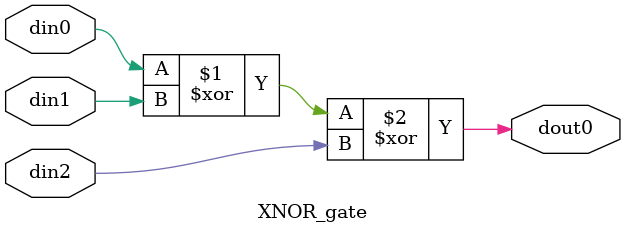
<source format=v>
`timescale 1ns/1ps

module XNOR_gate (
    din0,
    din1,
    din2,
    dout0
);

  input din0;
  input din1;
  input din2;
  output dout0;


assign dout0 = (din0 ^ din1 ^ din2);
endmodule
</source>
